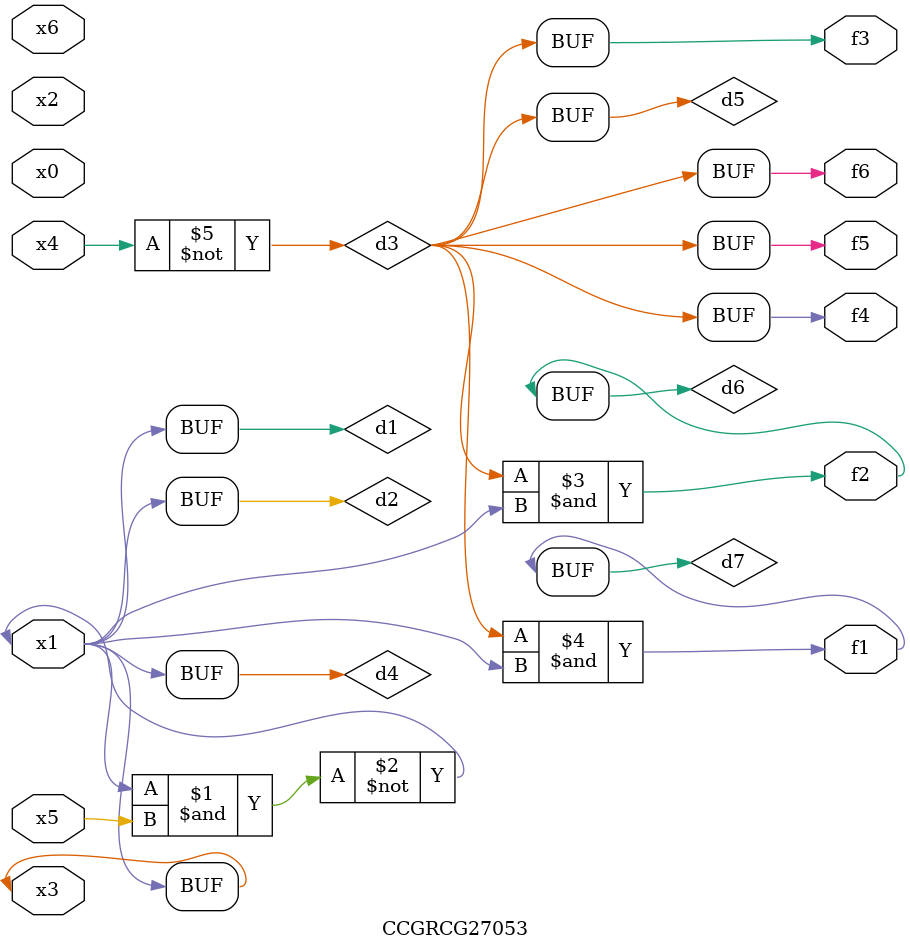
<source format=v>
module CCGRCG27053(
	input x0, x1, x2, x3, x4, x5, x6,
	output f1, f2, f3, f4, f5, f6
);

	wire d1, d2, d3, d4, d5, d6, d7;

	buf (d1, x1, x3);
	nand (d2, x1, x5);
	not (d3, x4);
	buf (d4, d1, d2);
	buf (d5, d3);
	and (d6, d3, d4);
	and (d7, d3, d4);
	assign f1 = d7;
	assign f2 = d6;
	assign f3 = d5;
	assign f4 = d5;
	assign f5 = d5;
	assign f6 = d5;
endmodule

</source>
